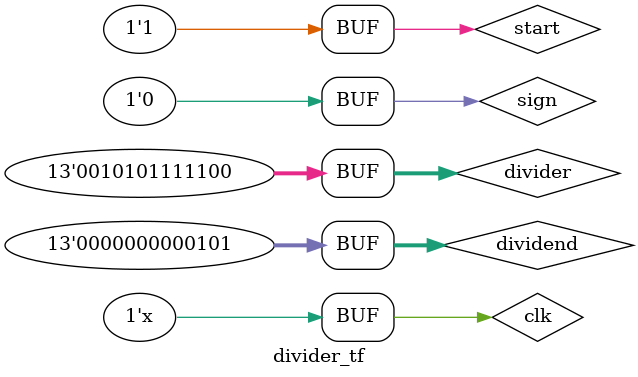
<source format=v>
`timescale 1ns / 1ps


module divider_tf;

	// Inputs
	reg clk;
	reg sign;
	reg start;
	reg [12:0] dividend;
	reg [12:0] divider;

	// Outputs
	wire [12:0] quotient;
	wire [12:0] remainder;
	wire ready;

	// Instantiate the Unit Under Test (UUT)
	divider uut (
		.clk(clk), 
		.sign(sign), 
		.start(start), 
		.dividend(dividend), 
		.divider(divider), 
		.quotient(quotient), 
		.remainder(remainder), 
		.ready(ready)
	);
	always #12 clk = !clk;
	initial begin
		// Initialize Inputs
		clk = 0;
		sign = 0;
		start = 0;
		dividend = 0;
		divider = 0;

		// Wait 100 ns for global reset to finish
		#100;
      divider = 468*3;
		dividend = 5;
		sign = 0;
		start = 1;
		// Add stimulus here

	end
      
endmodule


</source>
